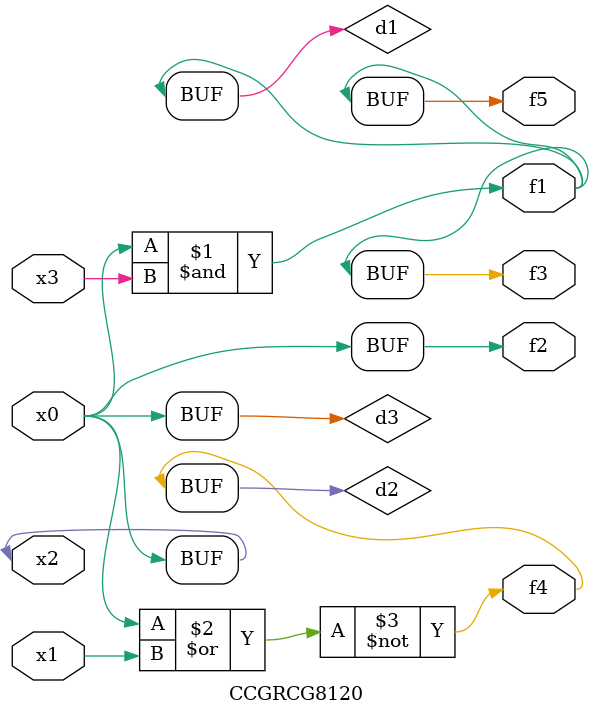
<source format=v>
module CCGRCG8120(
	input x0, x1, x2, x3,
	output f1, f2, f3, f4, f5
);

	wire d1, d2, d3;

	and (d1, x2, x3);
	nor (d2, x0, x1);
	buf (d3, x0, x2);
	assign f1 = d1;
	assign f2 = d3;
	assign f3 = d1;
	assign f4 = d2;
	assign f5 = d1;
endmodule

</source>
